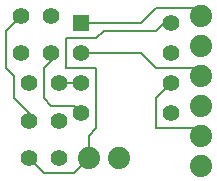
<source format=gbl>
G04 (created by PCBNEW-RS274X (2012-apr-16-27)-stable) date Tue 13 Aug 2013 10:34:46 AM IST*
G01*
G70*
G90*
%MOIN*%
G04 Gerber Fmt 3.4, Leading zero omitted, Abs format*
%FSLAX34Y34*%
G04 APERTURE LIST*
%ADD10C,0.006000*%
%ADD11C,0.074000*%
%ADD12C,0.055000*%
%ADD13R,0.055000X0.055000*%
%ADD14C,0.008000*%
G04 APERTURE END LIST*
G54D10*
G54D11*
X46500Y-43250D03*
X46500Y-42250D03*
X46500Y-41250D03*
X46500Y-40250D03*
X46500Y-39250D03*
X46500Y-38250D03*
X42750Y-43000D03*
X43750Y-43000D03*
G54D12*
X41500Y-38250D03*
X40500Y-38250D03*
X41500Y-39500D03*
X40500Y-39500D03*
X40750Y-43000D03*
X41750Y-43000D03*
X40750Y-41750D03*
X41750Y-41750D03*
X40750Y-40500D03*
X41750Y-40500D03*
G54D13*
X42500Y-38500D03*
G54D12*
X42500Y-39500D03*
X42500Y-40500D03*
X42500Y-41500D03*
X45500Y-41500D03*
X45500Y-40500D03*
X45500Y-39500D03*
X45500Y-38500D03*
G54D14*
X43250Y-38750D02*
X45000Y-38750D01*
X45250Y-38500D02*
X45500Y-38500D01*
X42750Y-43000D02*
X42750Y-42250D01*
X42250Y-43500D02*
X42750Y-43000D01*
X41250Y-43500D02*
X42250Y-43500D01*
X40750Y-43000D02*
X41250Y-43500D01*
X43000Y-39000D02*
X43250Y-38750D01*
X42000Y-39000D02*
X43000Y-39000D01*
X42000Y-40000D02*
X42000Y-39000D01*
X43000Y-40000D02*
X42000Y-40000D01*
X43000Y-42000D02*
X43000Y-40000D01*
X42750Y-42250D02*
X43000Y-42000D01*
X45000Y-38750D02*
X45250Y-38500D01*
X40250Y-40250D02*
X40000Y-40000D01*
X40000Y-40000D02*
X40000Y-38750D01*
X40250Y-41000D02*
X40250Y-40250D01*
X40750Y-41500D02*
X40250Y-41000D01*
X40750Y-41750D02*
X40750Y-41500D01*
X40000Y-38750D02*
X40500Y-38250D01*
X41250Y-41000D02*
X41500Y-41250D01*
X41500Y-41250D02*
X42250Y-41250D01*
X42250Y-41250D02*
X42500Y-41500D01*
X41500Y-39500D02*
X41500Y-39750D01*
X41250Y-40000D02*
X41250Y-41000D01*
X41500Y-39750D02*
X41250Y-40000D01*
X46500Y-42250D02*
X46250Y-42000D01*
X46250Y-42000D02*
X45000Y-42000D01*
X45000Y-42000D02*
X45000Y-41000D01*
X45000Y-41000D02*
X45500Y-40500D01*
X46500Y-38250D02*
X46250Y-38000D01*
X46250Y-38000D02*
X45000Y-38000D01*
X45000Y-38000D02*
X44500Y-38500D01*
X44500Y-38500D02*
X42500Y-38500D01*
X42500Y-40500D02*
X41750Y-40500D01*
X46500Y-40250D02*
X46250Y-40000D01*
X46250Y-40000D02*
X45000Y-40000D01*
X45000Y-40000D02*
X44500Y-39500D01*
X44500Y-39500D02*
X42500Y-39500D01*
M02*

</source>
